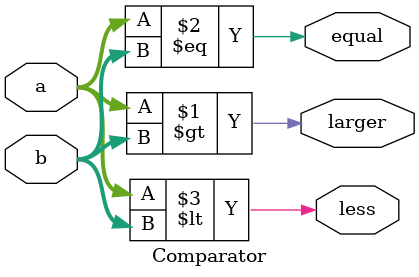
<source format=v>
module Comparator(a,b,larger,equal,less);
parameter size=4;
input [size-1:0]a,b;
output larger,equal,less;
wire larger,equal,less;
	assign larger=(a>b);
	assign equal=(a==b);
	assign less=(a<b);
endmodule
</source>
